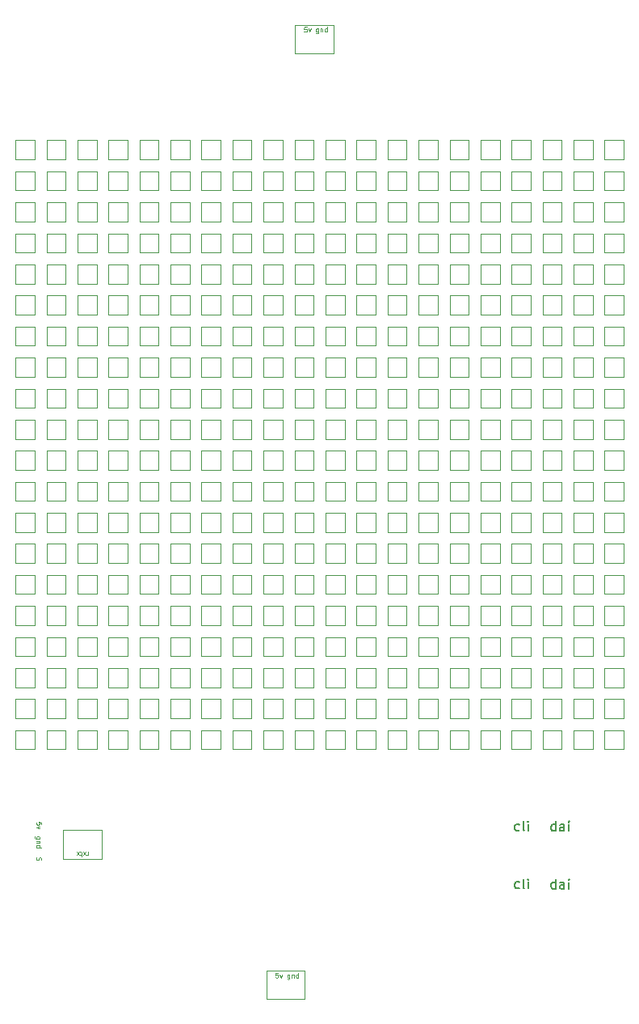
<source format=gbr>
%TF.GenerationSoftware,KiCad,Pcbnew,8.0.3*%
%TF.CreationDate,2024-08-22T18:58:11+02:00*%
%TF.ProjectId,inz,696e7a2e-6b69-4636-9164-5f7063625858,rev?*%
%TF.SameCoordinates,Original*%
%TF.FileFunction,Legend,Top*%
%TF.FilePolarity,Positive*%
%FSLAX46Y46*%
G04 Gerber Fmt 4.6, Leading zero omitted, Abs format (unit mm)*
G04 Created by KiCad (PCBNEW 8.0.3) date 2024-08-22 18:58:11*
%MOMM*%
%LPD*%
G01*
G04 APERTURE LIST*
%ADD10C,0.100000*%
%ADD11C,0.150000*%
%ADD12C,0.050000*%
G04 APERTURE END LIST*
D10*
X121192931Y-47243609D02*
X120954836Y-47243609D01*
X120954836Y-47243609D02*
X120931027Y-47481704D01*
X120931027Y-47481704D02*
X120954836Y-47457895D01*
X120954836Y-47457895D02*
X121002455Y-47434085D01*
X121002455Y-47434085D02*
X121121503Y-47434085D01*
X121121503Y-47434085D02*
X121169122Y-47457895D01*
X121169122Y-47457895D02*
X121192931Y-47481704D01*
X121192931Y-47481704D02*
X121216741Y-47529323D01*
X121216741Y-47529323D02*
X121216741Y-47648371D01*
X121216741Y-47648371D02*
X121192931Y-47695990D01*
X121192931Y-47695990D02*
X121169122Y-47719800D01*
X121169122Y-47719800D02*
X121121503Y-47743609D01*
X121121503Y-47743609D02*
X121002455Y-47743609D01*
X121002455Y-47743609D02*
X120954836Y-47719800D01*
X120954836Y-47719800D02*
X120931027Y-47695990D01*
X121383407Y-47410276D02*
X121502455Y-47743609D01*
X121502455Y-47743609D02*
X121621502Y-47410276D01*
X122407216Y-47410276D02*
X122407216Y-47815038D01*
X122407216Y-47815038D02*
X122383406Y-47862657D01*
X122383406Y-47862657D02*
X122359597Y-47886466D01*
X122359597Y-47886466D02*
X122311978Y-47910276D01*
X122311978Y-47910276D02*
X122240549Y-47910276D01*
X122240549Y-47910276D02*
X122192930Y-47886466D01*
X122407216Y-47719800D02*
X122359597Y-47743609D01*
X122359597Y-47743609D02*
X122264359Y-47743609D01*
X122264359Y-47743609D02*
X122216740Y-47719800D01*
X122216740Y-47719800D02*
X122192930Y-47695990D01*
X122192930Y-47695990D02*
X122169121Y-47648371D01*
X122169121Y-47648371D02*
X122169121Y-47505514D01*
X122169121Y-47505514D02*
X122192930Y-47457895D01*
X122192930Y-47457895D02*
X122216740Y-47434085D01*
X122216740Y-47434085D02*
X122264359Y-47410276D01*
X122264359Y-47410276D02*
X122359597Y-47410276D01*
X122359597Y-47410276D02*
X122407216Y-47434085D01*
X122645311Y-47410276D02*
X122645311Y-47743609D01*
X122645311Y-47457895D02*
X122669121Y-47434085D01*
X122669121Y-47434085D02*
X122716740Y-47410276D01*
X122716740Y-47410276D02*
X122788168Y-47410276D01*
X122788168Y-47410276D02*
X122835787Y-47434085D01*
X122835787Y-47434085D02*
X122859597Y-47481704D01*
X122859597Y-47481704D02*
X122859597Y-47743609D01*
X123311978Y-47743609D02*
X123311978Y-47243609D01*
X123311978Y-47719800D02*
X123264359Y-47743609D01*
X123264359Y-47743609D02*
X123169121Y-47743609D01*
X123169121Y-47743609D02*
X123121502Y-47719800D01*
X123121502Y-47719800D02*
X123097692Y-47695990D01*
X123097692Y-47695990D02*
X123073883Y-47648371D01*
X123073883Y-47648371D02*
X123073883Y-47505514D01*
X123073883Y-47505514D02*
X123097692Y-47457895D01*
X123097692Y-47457895D02*
X123121502Y-47434085D01*
X123121502Y-47434085D02*
X123169121Y-47410276D01*
X123169121Y-47410276D02*
X123264359Y-47410276D01*
X123264359Y-47410276D02*
X123311978Y-47434085D01*
D11*
X143465350Y-137362200D02*
X143370112Y-137409819D01*
X143370112Y-137409819D02*
X143179636Y-137409819D01*
X143179636Y-137409819D02*
X143084398Y-137362200D01*
X143084398Y-137362200D02*
X143036779Y-137314580D01*
X143036779Y-137314580D02*
X142989160Y-137219342D01*
X142989160Y-137219342D02*
X142989160Y-136933628D01*
X142989160Y-136933628D02*
X143036779Y-136838390D01*
X143036779Y-136838390D02*
X143084398Y-136790771D01*
X143084398Y-136790771D02*
X143179636Y-136743152D01*
X143179636Y-136743152D02*
X143370112Y-136743152D01*
X143370112Y-136743152D02*
X143465350Y-136790771D01*
X144036779Y-137409819D02*
X143941541Y-137362200D01*
X143941541Y-137362200D02*
X143893922Y-137266961D01*
X143893922Y-137266961D02*
X143893922Y-136409819D01*
X144417732Y-137409819D02*
X144417732Y-136743152D01*
X144417732Y-136409819D02*
X144370113Y-136457438D01*
X144370113Y-136457438D02*
X144417732Y-136505057D01*
X144417732Y-136505057D02*
X144465351Y-136457438D01*
X144465351Y-136457438D02*
X144417732Y-136409819D01*
X144417732Y-136409819D02*
X144417732Y-136505057D01*
X147285350Y-137439819D02*
X147285350Y-136439819D01*
X147285350Y-137392200D02*
X147190112Y-137439819D01*
X147190112Y-137439819D02*
X146999636Y-137439819D01*
X146999636Y-137439819D02*
X146904398Y-137392200D01*
X146904398Y-137392200D02*
X146856779Y-137344580D01*
X146856779Y-137344580D02*
X146809160Y-137249342D01*
X146809160Y-137249342D02*
X146809160Y-136963628D01*
X146809160Y-136963628D02*
X146856779Y-136868390D01*
X146856779Y-136868390D02*
X146904398Y-136820771D01*
X146904398Y-136820771D02*
X146999636Y-136773152D01*
X146999636Y-136773152D02*
X147190112Y-136773152D01*
X147190112Y-136773152D02*
X147285350Y-136820771D01*
X148190112Y-137439819D02*
X148190112Y-136916009D01*
X148190112Y-136916009D02*
X148142493Y-136820771D01*
X148142493Y-136820771D02*
X148047255Y-136773152D01*
X148047255Y-136773152D02*
X147856779Y-136773152D01*
X147856779Y-136773152D02*
X147761541Y-136820771D01*
X148190112Y-137392200D02*
X148094874Y-137439819D01*
X148094874Y-137439819D02*
X147856779Y-137439819D01*
X147856779Y-137439819D02*
X147761541Y-137392200D01*
X147761541Y-137392200D02*
X147713922Y-137296961D01*
X147713922Y-137296961D02*
X147713922Y-137201723D01*
X147713922Y-137201723D02*
X147761541Y-137106485D01*
X147761541Y-137106485D02*
X147856779Y-137058866D01*
X147856779Y-137058866D02*
X148094874Y-137058866D01*
X148094874Y-137058866D02*
X148190112Y-137011247D01*
X148666303Y-137439819D02*
X148666303Y-136773152D01*
X148666303Y-136439819D02*
X148618684Y-136487438D01*
X148618684Y-136487438D02*
X148666303Y-136535057D01*
X148666303Y-136535057D02*
X148713922Y-136487438D01*
X148713922Y-136487438D02*
X148666303Y-136439819D01*
X148666303Y-136439819D02*
X148666303Y-136535057D01*
X143465350Y-131312200D02*
X143370112Y-131359819D01*
X143370112Y-131359819D02*
X143179636Y-131359819D01*
X143179636Y-131359819D02*
X143084398Y-131312200D01*
X143084398Y-131312200D02*
X143036779Y-131264580D01*
X143036779Y-131264580D02*
X142989160Y-131169342D01*
X142989160Y-131169342D02*
X142989160Y-130883628D01*
X142989160Y-130883628D02*
X143036779Y-130788390D01*
X143036779Y-130788390D02*
X143084398Y-130740771D01*
X143084398Y-130740771D02*
X143179636Y-130693152D01*
X143179636Y-130693152D02*
X143370112Y-130693152D01*
X143370112Y-130693152D02*
X143465350Y-130740771D01*
X144036779Y-131359819D02*
X143941541Y-131312200D01*
X143941541Y-131312200D02*
X143893922Y-131216961D01*
X143893922Y-131216961D02*
X143893922Y-130359819D01*
X144417732Y-131359819D02*
X144417732Y-130693152D01*
X144417732Y-130359819D02*
X144370113Y-130407438D01*
X144370113Y-130407438D02*
X144417732Y-130455057D01*
X144417732Y-130455057D02*
X144465351Y-130407438D01*
X144465351Y-130407438D02*
X144417732Y-130359819D01*
X144417732Y-130359819D02*
X144417732Y-130455057D01*
X147285350Y-131389819D02*
X147285350Y-130389819D01*
X147285350Y-131342200D02*
X147190112Y-131389819D01*
X147190112Y-131389819D02*
X146999636Y-131389819D01*
X146999636Y-131389819D02*
X146904398Y-131342200D01*
X146904398Y-131342200D02*
X146856779Y-131294580D01*
X146856779Y-131294580D02*
X146809160Y-131199342D01*
X146809160Y-131199342D02*
X146809160Y-130913628D01*
X146809160Y-130913628D02*
X146856779Y-130818390D01*
X146856779Y-130818390D02*
X146904398Y-130770771D01*
X146904398Y-130770771D02*
X146999636Y-130723152D01*
X146999636Y-130723152D02*
X147190112Y-130723152D01*
X147190112Y-130723152D02*
X147285350Y-130770771D01*
X148190112Y-131389819D02*
X148190112Y-130866009D01*
X148190112Y-130866009D02*
X148142493Y-130770771D01*
X148142493Y-130770771D02*
X148047255Y-130723152D01*
X148047255Y-130723152D02*
X147856779Y-130723152D01*
X147856779Y-130723152D02*
X147761541Y-130770771D01*
X148190112Y-131342200D02*
X148094874Y-131389819D01*
X148094874Y-131389819D02*
X147856779Y-131389819D01*
X147856779Y-131389819D02*
X147761541Y-131342200D01*
X147761541Y-131342200D02*
X147713922Y-131246961D01*
X147713922Y-131246961D02*
X147713922Y-131151723D01*
X147713922Y-131151723D02*
X147761541Y-131056485D01*
X147761541Y-131056485D02*
X147856779Y-131008866D01*
X147856779Y-131008866D02*
X148094874Y-131008866D01*
X148094874Y-131008866D02*
X148190112Y-130961247D01*
X148666303Y-131389819D02*
X148666303Y-130723152D01*
X148666303Y-130389819D02*
X148618684Y-130437438D01*
X148618684Y-130437438D02*
X148666303Y-130485057D01*
X148666303Y-130485057D02*
X148713922Y-130437438D01*
X148713922Y-130437438D02*
X148666303Y-130389819D01*
X148666303Y-130389819D02*
X148666303Y-130485057D01*
D10*
X118192931Y-146243609D02*
X117954836Y-146243609D01*
X117954836Y-146243609D02*
X117931027Y-146481704D01*
X117931027Y-146481704D02*
X117954836Y-146457895D01*
X117954836Y-146457895D02*
X118002455Y-146434085D01*
X118002455Y-146434085D02*
X118121503Y-146434085D01*
X118121503Y-146434085D02*
X118169122Y-146457895D01*
X118169122Y-146457895D02*
X118192931Y-146481704D01*
X118192931Y-146481704D02*
X118216741Y-146529323D01*
X118216741Y-146529323D02*
X118216741Y-146648371D01*
X118216741Y-146648371D02*
X118192931Y-146695990D01*
X118192931Y-146695990D02*
X118169122Y-146719800D01*
X118169122Y-146719800D02*
X118121503Y-146743609D01*
X118121503Y-146743609D02*
X118002455Y-146743609D01*
X118002455Y-146743609D02*
X117954836Y-146719800D01*
X117954836Y-146719800D02*
X117931027Y-146695990D01*
X118383407Y-146410276D02*
X118502455Y-146743609D01*
X118502455Y-146743609D02*
X118621502Y-146410276D01*
X119407216Y-146410276D02*
X119407216Y-146815038D01*
X119407216Y-146815038D02*
X119383406Y-146862657D01*
X119383406Y-146862657D02*
X119359597Y-146886466D01*
X119359597Y-146886466D02*
X119311978Y-146910276D01*
X119311978Y-146910276D02*
X119240549Y-146910276D01*
X119240549Y-146910276D02*
X119192930Y-146886466D01*
X119407216Y-146719800D02*
X119359597Y-146743609D01*
X119359597Y-146743609D02*
X119264359Y-146743609D01*
X119264359Y-146743609D02*
X119216740Y-146719800D01*
X119216740Y-146719800D02*
X119192930Y-146695990D01*
X119192930Y-146695990D02*
X119169121Y-146648371D01*
X119169121Y-146648371D02*
X119169121Y-146505514D01*
X119169121Y-146505514D02*
X119192930Y-146457895D01*
X119192930Y-146457895D02*
X119216740Y-146434085D01*
X119216740Y-146434085D02*
X119264359Y-146410276D01*
X119264359Y-146410276D02*
X119359597Y-146410276D01*
X119359597Y-146410276D02*
X119407216Y-146434085D01*
X119645311Y-146410276D02*
X119645311Y-146743609D01*
X119645311Y-146457895D02*
X119669121Y-146434085D01*
X119669121Y-146434085D02*
X119716740Y-146410276D01*
X119716740Y-146410276D02*
X119788168Y-146410276D01*
X119788168Y-146410276D02*
X119835787Y-146434085D01*
X119835787Y-146434085D02*
X119859597Y-146481704D01*
X119859597Y-146481704D02*
X119859597Y-146743609D01*
X120311978Y-146743609D02*
X120311978Y-146243609D01*
X120311978Y-146719800D02*
X120264359Y-146743609D01*
X120264359Y-146743609D02*
X120169121Y-146743609D01*
X120169121Y-146743609D02*
X120121502Y-146719800D01*
X120121502Y-146719800D02*
X120097692Y-146695990D01*
X120097692Y-146695990D02*
X120073883Y-146648371D01*
X120073883Y-146648371D02*
X120073883Y-146505514D01*
X120073883Y-146505514D02*
X120097692Y-146457895D01*
X120097692Y-146457895D02*
X120121502Y-146434085D01*
X120121502Y-146434085D02*
X120169121Y-146410276D01*
X120169121Y-146410276D02*
X120264359Y-146410276D01*
X120264359Y-146410276D02*
X120311978Y-146434085D01*
X98290163Y-133566390D02*
X98290163Y-133899723D01*
X98290163Y-133804485D02*
X98266353Y-133852104D01*
X98266353Y-133852104D02*
X98242544Y-133875914D01*
X98242544Y-133875914D02*
X98194925Y-133899723D01*
X98194925Y-133899723D02*
X98147306Y-133899723D01*
X98028258Y-133566390D02*
X97766353Y-133899723D01*
X98028258Y-133899723D02*
X97766353Y-133566390D01*
X97647305Y-133899723D02*
X97456829Y-133899723D01*
X97575877Y-134066390D02*
X97575877Y-133637819D01*
X97575877Y-133637819D02*
X97552067Y-133590200D01*
X97552067Y-133590200D02*
X97504448Y-133566390D01*
X97504448Y-133566390D02*
X97456829Y-133566390D01*
X97337782Y-133566390D02*
X97075877Y-133899723D01*
X97337782Y-133899723D02*
X97075877Y-133566390D01*
X93199723Y-132199122D02*
X92794961Y-132199122D01*
X92794961Y-132199122D02*
X92747342Y-132175312D01*
X92747342Y-132175312D02*
X92723533Y-132151503D01*
X92723533Y-132151503D02*
X92699723Y-132103884D01*
X92699723Y-132103884D02*
X92699723Y-132032455D01*
X92699723Y-132032455D02*
X92723533Y-131984836D01*
X92890200Y-132199122D02*
X92866390Y-132151503D01*
X92866390Y-132151503D02*
X92866390Y-132056265D01*
X92866390Y-132056265D02*
X92890200Y-132008646D01*
X92890200Y-132008646D02*
X92914009Y-131984836D01*
X92914009Y-131984836D02*
X92961628Y-131961027D01*
X92961628Y-131961027D02*
X93104485Y-131961027D01*
X93104485Y-131961027D02*
X93152104Y-131984836D01*
X93152104Y-131984836D02*
X93175914Y-132008646D01*
X93175914Y-132008646D02*
X93199723Y-132056265D01*
X93199723Y-132056265D02*
X93199723Y-132151503D01*
X93199723Y-132151503D02*
X93175914Y-132199122D01*
X93199723Y-132437217D02*
X92866390Y-132437217D01*
X93152104Y-132437217D02*
X93175914Y-132461027D01*
X93175914Y-132461027D02*
X93199723Y-132508646D01*
X93199723Y-132508646D02*
X93199723Y-132580074D01*
X93199723Y-132580074D02*
X93175914Y-132627693D01*
X93175914Y-132627693D02*
X93128295Y-132651503D01*
X93128295Y-132651503D02*
X92866390Y-132651503D01*
X92866390Y-133103884D02*
X93366390Y-133103884D01*
X92890200Y-133103884D02*
X92866390Y-133056265D01*
X92866390Y-133056265D02*
X92866390Y-132961027D01*
X92866390Y-132961027D02*
X92890200Y-132913408D01*
X92890200Y-132913408D02*
X92914009Y-132889598D01*
X92914009Y-132889598D02*
X92961628Y-132865789D01*
X92961628Y-132865789D02*
X93104485Y-132865789D01*
X93104485Y-132865789D02*
X93152104Y-132889598D01*
X93152104Y-132889598D02*
X93175914Y-132913408D01*
X93175914Y-132913408D02*
X93199723Y-132961027D01*
X93199723Y-132961027D02*
X93199723Y-133056265D01*
X93199723Y-133056265D02*
X93175914Y-133103884D01*
X92890200Y-134161027D02*
X92866390Y-134232455D01*
X92866390Y-134232455D02*
X92866390Y-134351503D01*
X92866390Y-134351503D02*
X92890200Y-134399122D01*
X92890200Y-134399122D02*
X92914009Y-134422931D01*
X92914009Y-134422931D02*
X92961628Y-134446741D01*
X92961628Y-134446741D02*
X93009247Y-134446741D01*
X93009247Y-134446741D02*
X93056866Y-134422931D01*
X93056866Y-134422931D02*
X93080676Y-134399122D01*
X93080676Y-134399122D02*
X93104485Y-134351503D01*
X93104485Y-134351503D02*
X93128295Y-134256265D01*
X93128295Y-134256265D02*
X93152104Y-134208646D01*
X93152104Y-134208646D02*
X93175914Y-134184836D01*
X93175914Y-134184836D02*
X93223533Y-134161027D01*
X93223533Y-134161027D02*
X93271152Y-134161027D01*
X93271152Y-134161027D02*
X93318771Y-134184836D01*
X93318771Y-134184836D02*
X93342580Y-134208646D01*
X93342580Y-134208646D02*
X93366390Y-134256265D01*
X93366390Y-134256265D02*
X93366390Y-134375312D01*
X93366390Y-134375312D02*
X93342580Y-134446741D01*
X93366390Y-130722931D02*
X93366390Y-130484836D01*
X93366390Y-130484836D02*
X93128295Y-130461027D01*
X93128295Y-130461027D02*
X93152104Y-130484836D01*
X93152104Y-130484836D02*
X93175914Y-130532455D01*
X93175914Y-130532455D02*
X93175914Y-130651503D01*
X93175914Y-130651503D02*
X93152104Y-130699122D01*
X93152104Y-130699122D02*
X93128295Y-130722931D01*
X93128295Y-130722931D02*
X93080676Y-130746741D01*
X93080676Y-130746741D02*
X92961628Y-130746741D01*
X92961628Y-130746741D02*
X92914009Y-130722931D01*
X92914009Y-130722931D02*
X92890200Y-130699122D01*
X92890200Y-130699122D02*
X92866390Y-130651503D01*
X92866390Y-130651503D02*
X92866390Y-130532455D01*
X92866390Y-130532455D02*
X92890200Y-130484836D01*
X92890200Y-130484836D02*
X92914009Y-130461027D01*
X93199723Y-130913407D02*
X92866390Y-131032455D01*
X92866390Y-131032455D02*
X93199723Y-131151502D01*
%TO.C,pwr2*%
X120000000Y-47000000D02*
X124000000Y-47000000D01*
X124000000Y-50000000D01*
X120000000Y-50000000D01*
X120000000Y-47000000D01*
%TO.C,U220*%
D12*
X121925000Y-65600000D02*
X119925000Y-65600000D01*
X119925000Y-67600000D01*
X121925000Y-67600000D01*
X121925000Y-65600000D01*
%TO.C,U147*%
X131675000Y-107850000D02*
X129675000Y-107850000D01*
X129675000Y-109850000D01*
X131675000Y-109850000D01*
X131675000Y-107850000D01*
%TO.C,U204*%
X121925000Y-117600000D02*
X119925000Y-117600000D01*
X119925000Y-119600000D01*
X121925000Y-119600000D01*
X121925000Y-117600000D01*
%TO.C,U140*%
X134925000Y-65600000D02*
X132925000Y-65600000D01*
X132925000Y-67600000D01*
X134925000Y-67600000D01*
X134925000Y-65600000D01*
%TO.C,U335*%
X102425000Y-81850000D02*
X100425000Y-81850000D01*
X100425000Y-83850000D01*
X102425000Y-83850000D01*
X102425000Y-81850000D01*
%TO.C,U387*%
X92675000Y-107850000D02*
X90675000Y-107850000D01*
X90675000Y-109850000D01*
X92675000Y-109850000D01*
X92675000Y-107850000D01*
%TO.C,U313*%
X105675000Y-88350000D02*
X103675000Y-88350000D01*
X103675000Y-90350000D01*
X105675000Y-90350000D01*
X105675000Y-88350000D01*
%TO.C,U271*%
X112175000Y-94850000D02*
X110175000Y-94850000D01*
X110175000Y-96850000D01*
X112175000Y-96850000D01*
X112175000Y-94850000D01*
%TO.C,U99*%
X141425000Y-68850000D02*
X139425000Y-68850000D01*
X139425000Y-70850000D01*
X141425000Y-70850000D01*
X141425000Y-68850000D01*
%TO.C,U67*%
X144675000Y-107850000D02*
X142675000Y-107850000D01*
X142675000Y-109850000D01*
X144675000Y-109850000D01*
X144675000Y-107850000D01*
%TO.C,U22*%
X154425000Y-59100000D02*
X152425000Y-59100000D01*
X152425000Y-61100000D01*
X154425000Y-61100000D01*
X154425000Y-59100000D01*
%TO.C,U27*%
X151175000Y-107850000D02*
X149175000Y-107850000D01*
X149175000Y-109850000D01*
X151175000Y-109850000D01*
X151175000Y-107850000D01*
%TO.C,U337*%
X102425000Y-75350000D02*
X100425000Y-75350000D01*
X100425000Y-77350000D01*
X102425000Y-77350000D01*
X102425000Y-75350000D01*
%TO.C,U87*%
X141425000Y-107850000D02*
X139425000Y-107850000D01*
X139425000Y-109850000D01*
X141425000Y-109850000D01*
X141425000Y-107850000D01*
%TO.C,U203*%
X121925000Y-120850000D02*
X119925000Y-120850000D01*
X119925000Y-122850000D01*
X121925000Y-122850000D01*
X121925000Y-120850000D01*
%TO.C,U398*%
X92675000Y-72100000D02*
X90675000Y-72100000D01*
X90675000Y-74100000D01*
X92675000Y-74100000D01*
X92675000Y-72100000D01*
%TO.C,U324*%
X102425000Y-117600000D02*
X100425000Y-117600000D01*
X100425000Y-119600000D01*
X102425000Y-119600000D01*
X102425000Y-117600000D01*
%TO.C,U63*%
X144675000Y-120850000D02*
X142675000Y-120850000D01*
X142675000Y-122850000D01*
X144675000Y-122850000D01*
X144675000Y-120850000D01*
%TO.C,U219*%
X121925000Y-68850000D02*
X119925000Y-68850000D01*
X119925000Y-70850000D01*
X121925000Y-70850000D01*
X121925000Y-68850000D01*
%TO.C,U228*%
X118675000Y-104600000D02*
X116675000Y-104600000D01*
X116675000Y-106600000D01*
X118675000Y-106600000D01*
X118675000Y-104600000D01*
%TO.C,U30*%
X151175000Y-98100000D02*
X149175000Y-98100000D01*
X149175000Y-100100000D01*
X151175000Y-100100000D01*
X151175000Y-98100000D01*
%TO.C,U76*%
X144675000Y-78600000D02*
X142675000Y-78600000D01*
X142675000Y-80600000D01*
X144675000Y-80600000D01*
X144675000Y-78600000D01*
%TO.C,U359*%
X99175000Y-68850000D02*
X97175000Y-68850000D01*
X97175000Y-70850000D01*
X99175000Y-70850000D01*
X99175000Y-68850000D01*
%TO.C,U128*%
X134925000Y-104600000D02*
X132925000Y-104600000D01*
X132925000Y-106600000D01*
X134925000Y-106600000D01*
X134925000Y-104600000D01*
%TO.C,U135*%
X134925000Y-81850000D02*
X132925000Y-81850000D01*
X132925000Y-83850000D01*
X134925000Y-83850000D01*
X134925000Y-81850000D01*
%TO.C,U262*%
X115425000Y-59100000D02*
X113425000Y-59100000D01*
X113425000Y-61100000D01*
X115425000Y-61100000D01*
X115425000Y-59100000D01*
%TO.C,U8*%
X154425000Y-104600000D02*
X152425000Y-104600000D01*
X152425000Y-106600000D01*
X154425000Y-106600000D01*
X154425000Y-104600000D01*
%TO.C,U129*%
X134925000Y-101350000D02*
X132925000Y-101350000D01*
X132925000Y-103350000D01*
X134925000Y-103350000D01*
X134925000Y-101350000D01*
%TO.C,U376*%
X95925000Y-78600000D02*
X93925000Y-78600000D01*
X93925000Y-80600000D01*
X95925000Y-80600000D01*
X95925000Y-78600000D01*
%TO.C,U95*%
X141425000Y-81850000D02*
X139425000Y-81850000D01*
X139425000Y-83850000D01*
X141425000Y-83850000D01*
X141425000Y-81850000D01*
%TO.C,U272*%
X112175000Y-91600000D02*
X110175000Y-91600000D01*
X110175000Y-93600000D01*
X112175000Y-93600000D01*
X112175000Y-91600000D01*
%TO.C,U75*%
X144675000Y-81850000D02*
X142675000Y-81850000D01*
X142675000Y-83850000D01*
X144675000Y-83850000D01*
X144675000Y-81850000D01*
%TO.C,U306*%
X105675000Y-111100000D02*
X103675000Y-111100000D01*
X103675000Y-113100000D01*
X105675000Y-113100000D01*
X105675000Y-111100000D01*
%TO.C,U186*%
X125175000Y-111100000D02*
X123175000Y-111100000D01*
X123175000Y-113100000D01*
X125175000Y-113100000D01*
X125175000Y-111100000D01*
%TO.C,U356*%
X99175000Y-78600000D02*
X97175000Y-78600000D01*
X97175000Y-80600000D01*
X99175000Y-80600000D01*
X99175000Y-78600000D01*
%TO.C,U53*%
X147925000Y-88350000D02*
X145925000Y-88350000D01*
X145925000Y-90350000D01*
X147925000Y-90350000D01*
X147925000Y-88350000D01*
%TO.C,U155*%
X131675000Y-81850000D02*
X129675000Y-81850000D01*
X129675000Y-83850000D01*
X131675000Y-83850000D01*
X131675000Y-81850000D01*
%TO.C,U116*%
X138175000Y-78600000D02*
X136175000Y-78600000D01*
X136175000Y-80600000D01*
X138175000Y-80600000D01*
X138175000Y-78600000D01*
%TO.C,U172*%
X128425000Y-91600000D02*
X126425000Y-91600000D01*
X126425000Y-93600000D01*
X128425000Y-93600000D01*
X128425000Y-91600000D01*
%TO.C,U149*%
X131675000Y-101350000D02*
X129675000Y-101350000D01*
X129675000Y-103350000D01*
X131675000Y-103350000D01*
X131675000Y-101350000D01*
%TO.C,U191*%
X125175000Y-94850000D02*
X123175000Y-94850000D01*
X123175000Y-96850000D01*
X125175000Y-96850000D01*
X125175000Y-94850000D01*
%TO.C,U287*%
X108925000Y-107850000D02*
X106925000Y-107850000D01*
X106925000Y-109850000D01*
X108925000Y-109850000D01*
X108925000Y-107850000D01*
%TO.C,U251*%
X115425000Y-94850000D02*
X113425000Y-94850000D01*
X113425000Y-96850000D01*
X115425000Y-96850000D01*
X115425000Y-94850000D01*
%TO.C,U122*%
X138175000Y-59100000D02*
X136175000Y-59100000D01*
X136175000Y-61100000D01*
X138175000Y-61100000D01*
X138175000Y-59100000D01*
%TO.C,U323*%
X102425000Y-120850000D02*
X100425000Y-120850000D01*
X100425000Y-122850000D01*
X102425000Y-122850000D01*
X102425000Y-120850000D01*
%TO.C,U269*%
X112175000Y-101350000D02*
X110175000Y-101350000D01*
X110175000Y-103350000D01*
X112175000Y-103350000D01*
X112175000Y-101350000D01*
%TO.C,U90*%
X141425000Y-98100000D02*
X139425000Y-98100000D01*
X139425000Y-100100000D01*
X141425000Y-100100000D01*
X141425000Y-98100000D01*
%TO.C,U391*%
X92675000Y-94850000D02*
X90675000Y-94850000D01*
X90675000Y-96850000D01*
X92675000Y-96850000D01*
X92675000Y-94850000D01*
%TO.C,U346*%
X99175000Y-111100000D02*
X97175000Y-111100000D01*
X97175000Y-113100000D01*
X99175000Y-113100000D01*
X99175000Y-111100000D01*
%TO.C,U312*%
X105675000Y-91600000D02*
X103675000Y-91600000D01*
X103675000Y-93600000D01*
X105675000Y-93600000D01*
X105675000Y-91600000D01*
%TO.C,U127*%
X134925000Y-107850000D02*
X132925000Y-107850000D01*
X132925000Y-109850000D01*
X134925000Y-109850000D01*
X134925000Y-107850000D01*
%TO.C,U145*%
X131675000Y-114350000D02*
X129675000Y-114350000D01*
X129675000Y-116350000D01*
X131675000Y-116350000D01*
X131675000Y-114350000D01*
%TO.C,U297*%
X108925000Y-75350000D02*
X106925000Y-75350000D01*
X106925000Y-77350000D01*
X108925000Y-77350000D01*
X108925000Y-75350000D01*
%TO.C,U173*%
X128425000Y-88350000D02*
X126425000Y-88350000D01*
X126425000Y-90350000D01*
X128425000Y-90350000D01*
X128425000Y-88350000D01*
%TO.C,U28*%
X151175000Y-104600000D02*
X149175000Y-104600000D01*
X149175000Y-106600000D01*
X151175000Y-106600000D01*
X151175000Y-104600000D01*
%TO.C,U329*%
X102425000Y-101350000D02*
X100425000Y-101350000D01*
X100425000Y-103350000D01*
X102425000Y-103350000D01*
X102425000Y-101350000D01*
%TO.C,U119*%
X138175000Y-68850000D02*
X136175000Y-68850000D01*
X136175000Y-70850000D01*
X138175000Y-70850000D01*
X138175000Y-68850000D01*
%TO.C,U370*%
X95925000Y-98100000D02*
X93925000Y-98100000D01*
X93925000Y-100100000D01*
X95925000Y-100100000D01*
X95925000Y-98100000D01*
%TO.C,U24*%
X151175000Y-117600000D02*
X149175000Y-117600000D01*
X149175000Y-119600000D01*
X151175000Y-119600000D01*
X151175000Y-117600000D01*
%TO.C,U57*%
X147925000Y-75350000D02*
X145925000Y-75350000D01*
X145925000Y-77350000D01*
X147925000Y-77350000D01*
X147925000Y-75350000D01*
%TO.C,U267*%
X112175000Y-107850000D02*
X110175000Y-107850000D01*
X110175000Y-109850000D01*
X112175000Y-109850000D01*
X112175000Y-107850000D01*
%TO.C,U18*%
X154425000Y-72100000D02*
X152425000Y-72100000D01*
X152425000Y-74100000D01*
X154425000Y-74100000D01*
X154425000Y-72100000D01*
%TO.C,U336*%
X102425000Y-78600000D02*
X100425000Y-78600000D01*
X100425000Y-80600000D01*
X102425000Y-80600000D01*
X102425000Y-78600000D01*
%TO.C,U289*%
X108925000Y-101350000D02*
X106925000Y-101350000D01*
X106925000Y-103350000D01*
X108925000Y-103350000D01*
X108925000Y-101350000D01*
%TO.C,U393*%
X92675000Y-88350000D02*
X90675000Y-88350000D01*
X90675000Y-90350000D01*
X92675000Y-90350000D01*
X92675000Y-88350000D01*
%TO.C,U81*%
X144675000Y-62350000D02*
X142675000Y-62350000D01*
X142675000Y-64350000D01*
X144675000Y-64350000D01*
X144675000Y-62350000D01*
%TO.C,U353*%
X99175000Y-88350000D02*
X97175000Y-88350000D01*
X97175000Y-90350000D01*
X99175000Y-90350000D01*
X99175000Y-88350000D01*
%TO.C,U292*%
X108925000Y-91600000D02*
X106925000Y-91600000D01*
X106925000Y-93600000D01*
X108925000Y-93600000D01*
X108925000Y-91600000D01*
%TO.C,U230*%
X118675000Y-98100000D02*
X116675000Y-98100000D01*
X116675000Y-100100000D01*
X118675000Y-100100000D01*
X118675000Y-98100000D01*
%TO.C,U171*%
X128425000Y-94850000D02*
X126425000Y-94850000D01*
X126425000Y-96850000D01*
X128425000Y-96850000D01*
X128425000Y-94850000D01*
%TO.C,U380*%
X95925000Y-65600000D02*
X93925000Y-65600000D01*
X93925000Y-67600000D01*
X95925000Y-67600000D01*
X95925000Y-65600000D01*
%TO.C,U215*%
X121925000Y-81850000D02*
X119925000Y-81850000D01*
X119925000Y-83850000D01*
X121925000Y-83850000D01*
X121925000Y-81850000D01*
%TO.C,U321*%
X105675000Y-62350000D02*
X103675000Y-62350000D01*
X103675000Y-64350000D01*
X105675000Y-64350000D01*
X105675000Y-62350000D01*
%TO.C,U92*%
X141425000Y-91600000D02*
X139425000Y-91600000D01*
X139425000Y-93600000D01*
X141425000Y-93600000D01*
X141425000Y-91600000D01*
%TO.C,U120*%
X138175000Y-65600000D02*
X136175000Y-65600000D01*
X136175000Y-67600000D01*
X138175000Y-67600000D01*
X138175000Y-65600000D01*
%TO.C,U285*%
X108925000Y-114350000D02*
X106925000Y-114350000D01*
X106925000Y-116350000D01*
X108925000Y-116350000D01*
X108925000Y-114350000D01*
%TO.C,U142*%
X134925000Y-59100000D02*
X132925000Y-59100000D01*
X132925000Y-61100000D01*
X134925000Y-61100000D01*
X134925000Y-59100000D01*
%TO.C,U100*%
X141425000Y-65600000D02*
X139425000Y-65600000D01*
X139425000Y-67600000D01*
X141425000Y-67600000D01*
X141425000Y-65600000D01*
%TO.C,U374*%
X95925000Y-85100000D02*
X93925000Y-85100000D01*
X93925000Y-87100000D01*
X95925000Y-87100000D01*
X95925000Y-85100000D01*
%TO.C,U367*%
X95925000Y-107850000D02*
X93925000Y-107850000D01*
X93925000Y-109850000D01*
X95925000Y-109850000D01*
X95925000Y-107850000D01*
%TO.C,U214*%
X121925000Y-85100000D02*
X119925000Y-85100000D01*
X119925000Y-87100000D01*
X121925000Y-87100000D01*
X121925000Y-85100000D01*
%TO.C,U322*%
X105675000Y-59100000D02*
X103675000Y-59100000D01*
X103675000Y-61100000D01*
X105675000Y-61100000D01*
X105675000Y-59100000D01*
%TO.C,U302*%
X108925000Y-59100000D02*
X106925000Y-59100000D01*
X106925000Y-61100000D01*
X108925000Y-61100000D01*
X108925000Y-59100000D01*
%TO.C,U352*%
X99175000Y-91600000D02*
X97175000Y-91600000D01*
X97175000Y-93600000D01*
X99175000Y-93600000D01*
X99175000Y-91600000D01*
%TO.C,U345*%
X99175000Y-114350000D02*
X97175000Y-114350000D01*
X97175000Y-116350000D01*
X99175000Y-116350000D01*
X99175000Y-114350000D01*
%TO.C,U260*%
X115425000Y-65600000D02*
X113425000Y-65600000D01*
X113425000Y-67600000D01*
X115425000Y-67600000D01*
X115425000Y-65600000D01*
%TO.C,U185*%
X125175000Y-114350000D02*
X123175000Y-114350000D01*
X123175000Y-116350000D01*
X125175000Y-116350000D01*
X125175000Y-114350000D01*
%TO.C,U338*%
X102425000Y-72100000D02*
X100425000Y-72100000D01*
X100425000Y-74100000D01*
X102425000Y-74100000D01*
X102425000Y-72100000D01*
%TO.C,U317*%
X105675000Y-75350000D02*
X103675000Y-75350000D01*
X103675000Y-77350000D01*
X105675000Y-77350000D01*
X105675000Y-75350000D01*
%TO.C,U372*%
X95925000Y-91600000D02*
X93925000Y-91600000D01*
X93925000Y-93600000D01*
X95925000Y-93600000D01*
X95925000Y-91600000D01*
%TO.C,U93*%
X141425000Y-88350000D02*
X139425000Y-88350000D01*
X139425000Y-90350000D01*
X141425000Y-90350000D01*
X141425000Y-88350000D01*
%TO.C,U180*%
X128425000Y-65600000D02*
X126425000Y-65600000D01*
X126425000Y-67600000D01*
X128425000Y-67600000D01*
X128425000Y-65600000D01*
%TO.C,U350*%
X99175000Y-98100000D02*
X97175000Y-98100000D01*
X97175000Y-100100000D01*
X99175000Y-100100000D01*
X99175000Y-98100000D01*
%TO.C,U31*%
X151175000Y-94850000D02*
X149175000Y-94850000D01*
X149175000Y-96850000D01*
X151175000Y-96850000D01*
X151175000Y-94850000D01*
%TO.C,U343*%
X99175000Y-120850000D02*
X97175000Y-120850000D01*
X97175000Y-122850000D01*
X99175000Y-122850000D01*
X99175000Y-120850000D01*
%TO.C,U144*%
X131675000Y-117600000D02*
X129675000Y-117600000D01*
X129675000Y-119600000D01*
X131675000Y-119600000D01*
X131675000Y-117600000D01*
%TO.C,U259*%
X115425000Y-68850000D02*
X113425000Y-68850000D01*
X113425000Y-70850000D01*
X115425000Y-70850000D01*
X115425000Y-68850000D01*
%TO.C,U62*%
X147925000Y-59100000D02*
X145925000Y-59100000D01*
X145925000Y-61100000D01*
X147925000Y-61100000D01*
X147925000Y-59100000D01*
%TO.C,U239*%
X118675000Y-68850000D02*
X116675000Y-68850000D01*
X116675000Y-70850000D01*
X118675000Y-70850000D01*
X118675000Y-68850000D01*
%TO.C,U162*%
X131675000Y-59100000D02*
X129675000Y-59100000D01*
X129675000Y-61100000D01*
X131675000Y-61100000D01*
X131675000Y-59100000D01*
%TO.C,U141*%
X134925000Y-62350000D02*
X132925000Y-62350000D01*
X132925000Y-64350000D01*
X134925000Y-64350000D01*
X134925000Y-62350000D01*
%TO.C,U305*%
X105675000Y-114350000D02*
X103675000Y-114350000D01*
X103675000Y-116350000D01*
X105675000Y-116350000D01*
X105675000Y-114350000D01*
%TO.C,U351*%
X99175000Y-94850000D02*
X97175000Y-94850000D01*
X97175000Y-96850000D01*
X99175000Y-96850000D01*
X99175000Y-94850000D01*
%TO.C,U304*%
X105675000Y-117600000D02*
X103675000Y-117600000D01*
X103675000Y-119600000D01*
X105675000Y-119600000D01*
X105675000Y-117600000D01*
%TO.C,U245*%
X115425000Y-114350000D02*
X113425000Y-114350000D01*
X113425000Y-116350000D01*
X115425000Y-116350000D01*
X115425000Y-114350000D01*
%TO.C,U58*%
X147925000Y-72100000D02*
X145925000Y-72100000D01*
X145925000Y-74100000D01*
X147925000Y-74100000D01*
X147925000Y-72100000D01*
%TO.C,U310*%
X105675000Y-98100000D02*
X103675000Y-98100000D01*
X103675000Y-100100000D01*
X105675000Y-100100000D01*
X105675000Y-98100000D01*
%TO.C,U35*%
X151175000Y-81850000D02*
X149175000Y-81850000D01*
X149175000Y-83850000D01*
X151175000Y-83850000D01*
X151175000Y-81850000D01*
%TO.C,U390*%
X92675000Y-98100000D02*
X90675000Y-98100000D01*
X90675000Y-100100000D01*
X92675000Y-100100000D01*
X92675000Y-98100000D01*
%TO.C,U246*%
X115425000Y-111100000D02*
X113425000Y-111100000D01*
X113425000Y-113100000D01*
X115425000Y-113100000D01*
X115425000Y-111100000D01*
%TO.C,U273*%
X112175000Y-88350000D02*
X110175000Y-88350000D01*
X110175000Y-90350000D01*
X112175000Y-90350000D01*
X112175000Y-88350000D01*
%TO.C,U347*%
X99175000Y-107850000D02*
X97175000Y-107850000D01*
X97175000Y-109850000D01*
X99175000Y-109850000D01*
X99175000Y-107850000D01*
%TO.C,U25*%
X151175000Y-114350000D02*
X149175000Y-114350000D01*
X149175000Y-116350000D01*
X151175000Y-116350000D01*
X151175000Y-114350000D01*
%TO.C,U400*%
X92675000Y-65600000D02*
X90675000Y-65600000D01*
X90675000Y-67600000D01*
X92675000Y-67600000D01*
X92675000Y-65600000D01*
%TO.C,U242*%
X118675000Y-59100000D02*
X116675000Y-59100000D01*
X116675000Y-61100000D01*
X118675000Y-61100000D01*
X118675000Y-59100000D01*
%TO.C,U183*%
X125175000Y-120850000D02*
X123175000Y-120850000D01*
X123175000Y-122850000D01*
X125175000Y-122850000D01*
X125175000Y-120850000D01*
%TO.C,U198*%
X125175000Y-72100000D02*
X123175000Y-72100000D01*
X123175000Y-74100000D01*
X125175000Y-74100000D01*
X125175000Y-72100000D01*
%TO.C,U388*%
X92675000Y-104600000D02*
X90675000Y-104600000D01*
X90675000Y-106600000D01*
X92675000Y-106600000D01*
X92675000Y-104600000D01*
%TO.C,U205*%
X121925000Y-114350000D02*
X119925000Y-114350000D01*
X119925000Y-116350000D01*
X121925000Y-116350000D01*
X121925000Y-114350000D01*
%TO.C,U175*%
X128425000Y-81850000D02*
X126425000Y-81850000D01*
X126425000Y-83850000D01*
X128425000Y-83850000D01*
X128425000Y-81850000D01*
%TO.C,U385*%
X92675000Y-114350000D02*
X90675000Y-114350000D01*
X90675000Y-116350000D01*
X92675000Y-116350000D01*
X92675000Y-114350000D01*
%TO.C,U48*%
X147925000Y-104600000D02*
X145925000Y-104600000D01*
X145925000Y-106600000D01*
X147925000Y-106600000D01*
X147925000Y-104600000D01*
%TO.C,U379*%
X95925000Y-68850000D02*
X93925000Y-68850000D01*
X93925000Y-70850000D01*
X95925000Y-70850000D01*
X95925000Y-68850000D01*
%TO.C,U158*%
X131675000Y-72100000D02*
X129675000Y-72100000D01*
X129675000Y-74100000D01*
X131675000Y-74100000D01*
X131675000Y-72100000D01*
%TO.C,U389*%
X92675000Y-101350000D02*
X90675000Y-101350000D01*
X90675000Y-103350000D01*
X92675000Y-103350000D01*
X92675000Y-101350000D01*
%TO.C,U217*%
X121925000Y-75350000D02*
X119925000Y-75350000D01*
X119925000Y-77350000D01*
X121925000Y-77350000D01*
X121925000Y-75350000D01*
%TO.C,U383*%
X92675000Y-120850000D02*
X90675000Y-120850000D01*
X90675000Y-122850000D01*
X92675000Y-122850000D01*
X92675000Y-120850000D01*
%TO.C,U296*%
X108925000Y-78600000D02*
X106925000Y-78600000D01*
X106925000Y-80600000D01*
X108925000Y-80600000D01*
X108925000Y-78600000D01*
%TO.C,U13*%
X154425000Y-88350000D02*
X152425000Y-88350000D01*
X152425000Y-90350000D01*
X154425000Y-90350000D01*
X154425000Y-88350000D01*
%TO.C,U223*%
X118675000Y-120850000D02*
X116675000Y-120850000D01*
X116675000Y-122850000D01*
X118675000Y-122850000D01*
X118675000Y-120850000D01*
%TO.C,U78*%
X144675000Y-72100000D02*
X142675000Y-72100000D01*
X142675000Y-74100000D01*
X144675000Y-74100000D01*
X144675000Y-72100000D01*
%TO.C,U232*%
X118675000Y-91600000D02*
X116675000Y-91600000D01*
X116675000Y-93600000D01*
X118675000Y-93600000D01*
X118675000Y-91600000D01*
%TO.C,U392*%
X92675000Y-91600000D02*
X90675000Y-91600000D01*
X90675000Y-93600000D01*
X92675000Y-93600000D01*
X92675000Y-91600000D01*
%TO.C,U113*%
X138175000Y-88350000D02*
X136175000Y-88350000D01*
X136175000Y-90350000D01*
X138175000Y-90350000D01*
X138175000Y-88350000D01*
%TO.C,U231*%
X118675000Y-94850000D02*
X116675000Y-94850000D01*
X116675000Y-96850000D01*
X118675000Y-96850000D01*
X118675000Y-94850000D01*
%TO.C,U210*%
X121925000Y-98100000D02*
X119925000Y-98100000D01*
X119925000Y-100100000D01*
X121925000Y-100100000D01*
X121925000Y-98100000D01*
%TO.C,U47*%
X147925000Y-107850000D02*
X145925000Y-107850000D01*
X145925000Y-109850000D01*
X147925000Y-109850000D01*
X147925000Y-107850000D01*
%TO.C,U190*%
X125175000Y-98100000D02*
X123175000Y-98100000D01*
X123175000Y-100100000D01*
X125175000Y-100100000D01*
X125175000Y-98100000D01*
%TO.C,U10*%
X154425000Y-98100000D02*
X152425000Y-98100000D01*
X152425000Y-100100000D01*
X154425000Y-100100000D01*
X154425000Y-98100000D01*
%TO.C,U138*%
X134925000Y-72100000D02*
X132925000Y-72100000D01*
X132925000Y-74100000D01*
X134925000Y-74100000D01*
X134925000Y-72100000D01*
%TO.C,U368*%
X95925000Y-104600000D02*
X93925000Y-104600000D01*
X93925000Y-106600000D01*
X95925000Y-106600000D01*
X95925000Y-104600000D01*
%TO.C,U161*%
X131675000Y-62350000D02*
X129675000Y-62350000D01*
X129675000Y-64350000D01*
X131675000Y-64350000D01*
X131675000Y-62350000D01*
%TO.C,U252*%
X115425000Y-91600000D02*
X113425000Y-91600000D01*
X113425000Y-93600000D01*
X115425000Y-93600000D01*
X115425000Y-91600000D01*
%TO.C,U299*%
X108925000Y-68850000D02*
X106925000Y-68850000D01*
X106925000Y-70850000D01*
X108925000Y-70850000D01*
X108925000Y-68850000D01*
%TO.C,U197*%
X125175000Y-75350000D02*
X123175000Y-75350000D01*
X123175000Y-77350000D01*
X125175000Y-77350000D01*
X125175000Y-75350000D01*
%TO.C,U314*%
X105675000Y-85100000D02*
X103675000Y-85100000D01*
X103675000Y-87100000D01*
X105675000Y-87100000D01*
X105675000Y-85100000D01*
%TO.C,U341*%
X102425000Y-62350000D02*
X100425000Y-62350000D01*
X100425000Y-64350000D01*
X102425000Y-64350000D01*
X102425000Y-62350000D01*
%TO.C,U189*%
X125175000Y-101350000D02*
X123175000Y-101350000D01*
X123175000Y-103350000D01*
X125175000Y-103350000D01*
X125175000Y-101350000D01*
%TO.C,U396*%
X92675000Y-78600000D02*
X90675000Y-78600000D01*
X90675000Y-80600000D01*
X92675000Y-80600000D01*
X92675000Y-78600000D01*
%TO.C,U235*%
X118675000Y-81850000D02*
X116675000Y-81850000D01*
X116675000Y-83850000D01*
X118675000Y-83850000D01*
X118675000Y-81850000D01*
%TO.C,U216*%
X121925000Y-78600000D02*
X119925000Y-78600000D01*
X119925000Y-80600000D01*
X121925000Y-80600000D01*
X121925000Y-78600000D01*
%TO.C,U340*%
X102425000Y-65600000D02*
X100425000Y-65600000D01*
X100425000Y-67600000D01*
X102425000Y-67600000D01*
X102425000Y-65600000D01*
%TO.C,U4*%
X154425000Y-117600000D02*
X152425000Y-117600000D01*
X152425000Y-119600000D01*
X154425000Y-119600000D01*
X154425000Y-117600000D01*
%TO.C,U130*%
X134925000Y-98100000D02*
X132925000Y-98100000D01*
X132925000Y-100100000D01*
X134925000Y-100100000D01*
X134925000Y-98100000D01*
%TO.C,U254*%
X115425000Y-85100000D02*
X113425000Y-85100000D01*
X113425000Y-87100000D01*
X115425000Y-87100000D01*
X115425000Y-85100000D01*
%TO.C,U301*%
X108925000Y-62350000D02*
X106925000Y-62350000D01*
X106925000Y-64350000D01*
X108925000Y-64350000D01*
X108925000Y-62350000D01*
%TO.C,U401*%
X92675000Y-62350000D02*
X90675000Y-62350000D01*
X90675000Y-64350000D01*
X92675000Y-64350000D01*
X92675000Y-62350000D01*
%TO.C,U395*%
X92675000Y-81850000D02*
X90675000Y-81850000D01*
X90675000Y-83850000D01*
X92675000Y-83850000D01*
X92675000Y-81850000D01*
%TO.C,U170*%
X128425000Y-98100000D02*
X126425000Y-98100000D01*
X126425000Y-100100000D01*
X128425000Y-100100000D01*
X128425000Y-98100000D01*
%TO.C,U83*%
X141425000Y-120850000D02*
X139425000Y-120850000D01*
X139425000Y-122850000D01*
X141425000Y-122850000D01*
X141425000Y-120850000D01*
%TO.C,U5*%
X154425000Y-114350000D02*
X152425000Y-114350000D01*
X152425000Y-116350000D01*
X154425000Y-116350000D01*
X154425000Y-114350000D01*
%TO.C,U208*%
X121925000Y-104600000D02*
X119925000Y-104600000D01*
X119925000Y-106600000D01*
X121925000Y-106600000D01*
X121925000Y-104600000D01*
%TO.C,U89*%
X141425000Y-101350000D02*
X139425000Y-101350000D01*
X139425000Y-103350000D01*
X141425000Y-103350000D01*
X141425000Y-101350000D01*
%TO.C,U194*%
X125175000Y-85100000D02*
X123175000Y-85100000D01*
X123175000Y-87100000D01*
X125175000Y-87100000D01*
X125175000Y-85100000D01*
%TO.C,U165*%
X128425000Y-114350000D02*
X126425000Y-114350000D01*
X126425000Y-116350000D01*
X128425000Y-116350000D01*
X128425000Y-114350000D01*
%TO.C,U187*%
X125175000Y-107850000D02*
X123175000Y-107850000D01*
X123175000Y-109850000D01*
X125175000Y-109850000D01*
X125175000Y-107850000D01*
%TO.C,U309*%
X105675000Y-101350000D02*
X103675000Y-101350000D01*
X103675000Y-103350000D01*
X105675000Y-103350000D01*
X105675000Y-101350000D01*
%TO.C,U109*%
X138175000Y-101350000D02*
X136175000Y-101350000D01*
X136175000Y-103350000D01*
X138175000Y-103350000D01*
X138175000Y-101350000D01*
%TO.C,U218*%
X121925000Y-72100000D02*
X119925000Y-72100000D01*
X119925000Y-74100000D01*
X121925000Y-74100000D01*
X121925000Y-72100000D01*
%TO.C,U80*%
X144675000Y-65600000D02*
X142675000Y-65600000D01*
X142675000Y-67600000D01*
X144675000Y-67600000D01*
X144675000Y-65600000D01*
%TO.C,U36*%
X151175000Y-78600000D02*
X149175000Y-78600000D01*
X149175000Y-80600000D01*
X151175000Y-80600000D01*
X151175000Y-78600000D01*
%TO.C,U221*%
X121925000Y-62350000D02*
X119925000Y-62350000D01*
X119925000Y-64350000D01*
X121925000Y-64350000D01*
X121925000Y-62350000D01*
%TO.C,U156*%
X131675000Y-78600000D02*
X129675000Y-78600000D01*
X129675000Y-80600000D01*
X131675000Y-80600000D01*
X131675000Y-78600000D01*
%TO.C,U45*%
X147925000Y-114350000D02*
X145925000Y-114350000D01*
X145925000Y-116350000D01*
X147925000Y-116350000D01*
X147925000Y-114350000D01*
%TO.C,U56*%
X147925000Y-78600000D02*
X145925000Y-78600000D01*
X145925000Y-80600000D01*
X147925000Y-80600000D01*
X147925000Y-78600000D01*
%TO.C,U241*%
X118675000Y-62350000D02*
X116675000Y-62350000D01*
X116675000Y-64350000D01*
X118675000Y-64350000D01*
X118675000Y-62350000D01*
%TO.C,U384*%
X92675000Y-117600000D02*
X90675000Y-117600000D01*
X90675000Y-119600000D01*
X92675000Y-119600000D01*
X92675000Y-117600000D01*
%TO.C,U184*%
X125175000Y-117600000D02*
X123175000Y-117600000D01*
X123175000Y-119600000D01*
X125175000Y-119600000D01*
X125175000Y-117600000D01*
%TO.C,U386*%
X92675000Y-111100000D02*
X90675000Y-111100000D01*
X90675000Y-113100000D01*
X92675000Y-113100000D01*
X92675000Y-111100000D01*
%TO.C,U206*%
X121925000Y-111100000D02*
X119925000Y-111100000D01*
X119925000Y-113100000D01*
X121925000Y-113100000D01*
X121925000Y-111100000D01*
%TO.C,U43*%
X147925000Y-120850000D02*
X145925000Y-120850000D01*
X145925000Y-122850000D01*
X147925000Y-122850000D01*
X147925000Y-120850000D01*
%TO.C,U160*%
X131675000Y-65600000D02*
X129675000Y-65600000D01*
X129675000Y-67600000D01*
X131675000Y-67600000D01*
X131675000Y-65600000D01*
%TO.C,U286*%
X108925000Y-111100000D02*
X106925000Y-111100000D01*
X106925000Y-113100000D01*
X108925000Y-113100000D01*
X108925000Y-111100000D01*
%TO.C,U326*%
X102425000Y-111100000D02*
X100425000Y-111100000D01*
X100425000Y-113100000D01*
X102425000Y-113100000D01*
X102425000Y-111100000D01*
%TO.C,U110*%
X138175000Y-98100000D02*
X136175000Y-98100000D01*
X136175000Y-100100000D01*
X138175000Y-100100000D01*
X138175000Y-98100000D01*
%TO.C,U315*%
X105675000Y-81850000D02*
X103675000Y-81850000D01*
X103675000Y-83850000D01*
X105675000Y-83850000D01*
X105675000Y-81850000D01*
%TO.C,U39*%
X151175000Y-68850000D02*
X149175000Y-68850000D01*
X149175000Y-70850000D01*
X151175000Y-70850000D01*
X151175000Y-68850000D01*
%TO.C,U15*%
X154425000Y-81850000D02*
X152425000Y-81850000D01*
X152425000Y-83850000D01*
X154425000Y-83850000D01*
X154425000Y-81850000D01*
%TO.C,U51*%
X147925000Y-94850000D02*
X145925000Y-94850000D01*
X145925000Y-96850000D01*
X147925000Y-96850000D01*
X147925000Y-94850000D01*
%TO.C,U276*%
X112175000Y-78600000D02*
X110175000Y-78600000D01*
X110175000Y-80600000D01*
X112175000Y-80600000D01*
X112175000Y-78600000D01*
%TO.C,U96*%
X141425000Y-78600000D02*
X139425000Y-78600000D01*
X139425000Y-80600000D01*
X141425000Y-80600000D01*
X141425000Y-78600000D01*
%TO.C,U192*%
X125175000Y-91600000D02*
X123175000Y-91600000D01*
X123175000Y-93600000D01*
X125175000Y-93600000D01*
X125175000Y-91600000D01*
%TO.C,U107*%
X138175000Y-107850000D02*
X136175000Y-107850000D01*
X136175000Y-109850000D01*
X138175000Y-109850000D01*
X138175000Y-107850000D01*
%TO.C,U123*%
X134925000Y-120850000D02*
X132925000Y-120850000D01*
X132925000Y-122850000D01*
X134925000Y-122850000D01*
X134925000Y-120850000D01*
%TO.C,U134*%
X134925000Y-85100000D02*
X132925000Y-85100000D01*
X132925000Y-87100000D01*
X134925000Y-87100000D01*
X134925000Y-85100000D01*
%TO.C,U375*%
X95925000Y-81850000D02*
X93925000Y-81850000D01*
X93925000Y-83850000D01*
X95925000Y-83850000D01*
X95925000Y-81850000D01*
%TO.C,U66*%
X144675000Y-111100000D02*
X142675000Y-111100000D01*
X142675000Y-113100000D01*
X144675000Y-113100000D01*
X144675000Y-111100000D01*
%TO.C,U159*%
X131675000Y-68850000D02*
X129675000Y-68850000D01*
X129675000Y-70850000D01*
X131675000Y-70850000D01*
X131675000Y-68850000D01*
%TO.C,U288*%
X108925000Y-104600000D02*
X106925000Y-104600000D01*
X106925000Y-106600000D01*
X108925000Y-106600000D01*
X108925000Y-104600000D01*
%TO.C,U60*%
X147925000Y-65600000D02*
X145925000Y-65600000D01*
X145925000Y-67600000D01*
X147925000Y-67600000D01*
X147925000Y-65600000D01*
%TO.C,U263*%
X112175000Y-120850000D02*
X110175000Y-120850000D01*
X110175000Y-122850000D01*
X112175000Y-122850000D01*
X112175000Y-120850000D01*
%TO.C,U327*%
X102425000Y-107850000D02*
X100425000Y-107850000D01*
X100425000Y-109850000D01*
X102425000Y-109850000D01*
X102425000Y-107850000D01*
%TO.C,U44*%
X147925000Y-117600000D02*
X145925000Y-117600000D01*
X145925000Y-119600000D01*
X147925000Y-119600000D01*
X147925000Y-117600000D01*
%TO.C,U300*%
X108925000Y-65600000D02*
X106925000Y-65600000D01*
X106925000Y-67600000D01*
X108925000Y-67600000D01*
X108925000Y-65600000D01*
%TO.C,U318*%
X105675000Y-72100000D02*
X103675000Y-72100000D01*
X103675000Y-74100000D01*
X105675000Y-74100000D01*
X105675000Y-72100000D01*
%TO.C,U363*%
X95925000Y-120850000D02*
X93925000Y-120850000D01*
X93925000Y-122850000D01*
X95925000Y-122850000D01*
X95925000Y-120850000D01*
%TO.C,U377*%
X95925000Y-75350000D02*
X93925000Y-75350000D01*
X93925000Y-77350000D01*
X95925000Y-77350000D01*
X95925000Y-75350000D01*
%TO.C,U294*%
X108925000Y-85100000D02*
X106925000Y-85100000D01*
X106925000Y-87100000D01*
X108925000Y-87100000D01*
X108925000Y-85100000D01*
%TO.C,U37*%
X151175000Y-75350000D02*
X149175000Y-75350000D01*
X149175000Y-77350000D01*
X151175000Y-77350000D01*
X151175000Y-75350000D01*
%TO.C,U255*%
X115425000Y-81850000D02*
X113425000Y-81850000D01*
X113425000Y-83850000D01*
X115425000Y-83850000D01*
X115425000Y-81850000D01*
%TO.C,U399*%
X92675000Y-68850000D02*
X90675000Y-68850000D01*
X90675000Y-70850000D01*
X92675000Y-70850000D01*
X92675000Y-68850000D01*
%TO.C,U38*%
X151175000Y-72100000D02*
X149175000Y-72100000D01*
X149175000Y-74100000D01*
X151175000Y-74100000D01*
X151175000Y-72100000D01*
%TO.C,U52*%
X147925000Y-91600000D02*
X145925000Y-91600000D01*
X145925000Y-93600000D01*
X147925000Y-93600000D01*
X147925000Y-91600000D01*
%TO.C,U133*%
X134925000Y-88350000D02*
X132925000Y-88350000D01*
X132925000Y-90350000D01*
X134925000Y-90350000D01*
X134925000Y-88350000D01*
%TO.C,U73*%
X144675000Y-88350000D02*
X142675000Y-88350000D01*
X142675000Y-90350000D01*
X144675000Y-90350000D01*
X144675000Y-88350000D01*
%TO.C,U54*%
X147925000Y-85100000D02*
X145925000Y-85100000D01*
X145925000Y-87100000D01*
X147925000Y-87100000D01*
X147925000Y-85100000D01*
%TO.C,U229*%
X118675000Y-101350000D02*
X116675000Y-101350000D01*
X116675000Y-103350000D01*
X118675000Y-103350000D01*
X118675000Y-101350000D01*
%TO.C,U32*%
X151175000Y-91600000D02*
X149175000Y-91600000D01*
X149175000Y-93600000D01*
X151175000Y-93600000D01*
X151175000Y-91600000D01*
%TO.C,U360*%
X99175000Y-65600000D02*
X97175000Y-65600000D01*
X97175000Y-67600000D01*
X99175000Y-67600000D01*
X99175000Y-65600000D01*
%TO.C,U277*%
X112175000Y-75350000D02*
X110175000Y-75350000D01*
X110175000Y-77350000D01*
X112175000Y-77350000D01*
X112175000Y-75350000D01*
%TO.C,U365*%
X95925000Y-114350000D02*
X93925000Y-114350000D01*
X93925000Y-116350000D01*
X95925000Y-116350000D01*
X95925000Y-114350000D01*
%TO.C,U71*%
X144675000Y-94850000D02*
X142675000Y-94850000D01*
X142675000Y-96850000D01*
X144675000Y-96850000D01*
X144675000Y-94850000D01*
%TO.C,U29*%
X151175000Y-101350000D02*
X149175000Y-101350000D01*
X149175000Y-103350000D01*
X151175000Y-103350000D01*
X151175000Y-101350000D01*
%TO.C,U148*%
X131675000Y-104600000D02*
X129675000Y-104600000D01*
X129675000Y-106600000D01*
X131675000Y-106600000D01*
X131675000Y-104600000D01*
%TO.C,U46*%
X147925000Y-111100000D02*
X145925000Y-111100000D01*
X145925000Y-113100000D01*
X147925000Y-113100000D01*
X147925000Y-111100000D01*
%TO.C,U152*%
X131675000Y-91600000D02*
X129675000Y-91600000D01*
X129675000Y-93600000D01*
X131675000Y-93600000D01*
X131675000Y-91600000D01*
%TO.C,U369*%
X95925000Y-101350000D02*
X93925000Y-101350000D01*
X93925000Y-103350000D01*
X95925000Y-103350000D01*
X95925000Y-101350000D01*
%TO.C,U244*%
X115425000Y-117600000D02*
X113425000Y-117600000D01*
X113425000Y-119600000D01*
X115425000Y-119600000D01*
X115425000Y-117600000D01*
%TO.C,U266*%
X112175000Y-111100000D02*
X110175000Y-111100000D01*
X110175000Y-113100000D01*
X112175000Y-113100000D01*
X112175000Y-111100000D01*
%TO.C,U124*%
X134925000Y-117600000D02*
X132925000Y-117600000D01*
X132925000Y-119600000D01*
X134925000Y-119600000D01*
X134925000Y-117600000D01*
%TO.C,U104*%
X138175000Y-117600000D02*
X136175000Y-117600000D01*
X136175000Y-119600000D01*
X138175000Y-119600000D01*
X138175000Y-117600000D01*
%TO.C,U201*%
X125175000Y-62350000D02*
X123175000Y-62350000D01*
X123175000Y-64350000D01*
X125175000Y-64350000D01*
X125175000Y-62350000D01*
%TO.C,U117*%
X138175000Y-75350000D02*
X136175000Y-75350000D01*
X136175000Y-77350000D01*
X138175000Y-77350000D01*
X138175000Y-75350000D01*
%TO.C,U224*%
X118675000Y-117600000D02*
X116675000Y-117600000D01*
X116675000Y-119600000D01*
X118675000Y-119600000D01*
X118675000Y-117600000D01*
%TO.C,U274*%
X112175000Y-85100000D02*
X110175000Y-85100000D01*
X110175000Y-87100000D01*
X112175000Y-87100000D01*
X112175000Y-85100000D01*
%TO.C,U332*%
X102425000Y-91600000D02*
X100425000Y-91600000D01*
X100425000Y-93600000D01*
X102425000Y-93600000D01*
X102425000Y-91600000D01*
%TO.C,U236*%
X118675000Y-78600000D02*
X116675000Y-78600000D01*
X116675000Y-80600000D01*
X118675000Y-80600000D01*
X118675000Y-78600000D01*
%TO.C,U108*%
X138175000Y-104600000D02*
X136175000Y-104600000D01*
X136175000Y-106600000D01*
X138175000Y-106600000D01*
X138175000Y-104600000D01*
%TO.C,U132*%
X134925000Y-91600000D02*
X132925000Y-91600000D01*
X132925000Y-93600000D01*
X134925000Y-93600000D01*
X134925000Y-91600000D01*
%TO.C,U126*%
X134925000Y-111100000D02*
X132925000Y-111100000D01*
X132925000Y-113100000D01*
X134925000Y-113100000D01*
X134925000Y-111100000D01*
%TO.C,U74*%
X144675000Y-85100000D02*
X142675000Y-85100000D01*
X142675000Y-87100000D01*
X144675000Y-87100000D01*
X144675000Y-85100000D01*
%TO.C,U397*%
X92675000Y-75350000D02*
X90675000Y-75350000D01*
X90675000Y-77350000D01*
X92675000Y-77350000D01*
X92675000Y-75350000D01*
%TO.C,U72*%
X144675000Y-91600000D02*
X142675000Y-91600000D01*
X142675000Y-93600000D01*
X144675000Y-93600000D01*
X144675000Y-91600000D01*
%TO.C,U88*%
X141425000Y-104600000D02*
X139425000Y-104600000D01*
X139425000Y-106600000D01*
X141425000Y-106600000D01*
X141425000Y-104600000D01*
%TO.C,U84*%
X141425000Y-117600000D02*
X139425000Y-117600000D01*
X139425000Y-119600000D01*
X141425000Y-119600000D01*
X141425000Y-117600000D01*
%TO.C,U69*%
X144675000Y-101350000D02*
X142675000Y-101350000D01*
X142675000Y-103350000D01*
X144675000Y-103350000D01*
X144675000Y-101350000D01*
%TO.C,U176*%
X128425000Y-78600000D02*
X126425000Y-78600000D01*
X126425000Y-80600000D01*
X128425000Y-80600000D01*
X128425000Y-78600000D01*
%TO.C,U178*%
X128425000Y-72100000D02*
X126425000Y-72100000D01*
X126425000Y-74100000D01*
X128425000Y-74100000D01*
X128425000Y-72100000D01*
%TO.C,U79*%
X144675000Y-68850000D02*
X142675000Y-68850000D01*
X142675000Y-70850000D01*
X144675000Y-70850000D01*
X144675000Y-68850000D01*
%TO.C,U308*%
X105675000Y-104600000D02*
X103675000Y-104600000D01*
X103675000Y-106600000D01*
X105675000Y-106600000D01*
X105675000Y-104600000D01*
%TO.C,U283*%
X108925000Y-120850000D02*
X106925000Y-120850000D01*
X106925000Y-122850000D01*
X108925000Y-122850000D01*
X108925000Y-120850000D01*
%TO.C,U19*%
X154425000Y-68850000D02*
X152425000Y-68850000D01*
X152425000Y-70850000D01*
X154425000Y-70850000D01*
X154425000Y-68850000D01*
%TO.C,U348*%
X99175000Y-104600000D02*
X97175000Y-104600000D01*
X97175000Y-106600000D01*
X99175000Y-106600000D01*
X99175000Y-104600000D01*
%TO.C,U307*%
X105675000Y-107850000D02*
X103675000Y-107850000D01*
X103675000Y-109850000D01*
X105675000Y-109850000D01*
X105675000Y-107850000D01*
%TO.C,U275*%
X112175000Y-81850000D02*
X110175000Y-81850000D01*
X110175000Y-83850000D01*
X112175000Y-83850000D01*
X112175000Y-81850000D01*
%TO.C,U125*%
X134925000Y-114350000D02*
X132925000Y-114350000D01*
X132925000Y-116350000D01*
X134925000Y-116350000D01*
X134925000Y-114350000D01*
%TO.C,U373*%
X95925000Y-88350000D02*
X93925000Y-88350000D01*
X93925000Y-90350000D01*
X95925000Y-90350000D01*
X95925000Y-88350000D01*
%TO.C,U164*%
X128425000Y-117600000D02*
X126425000Y-117600000D01*
X126425000Y-119600000D01*
X128425000Y-119600000D01*
X128425000Y-117600000D01*
%TO.C,U330*%
X102425000Y-98100000D02*
X100425000Y-98100000D01*
X100425000Y-100100000D01*
X102425000Y-100100000D01*
X102425000Y-98100000D01*
%TO.C,U303*%
X105675000Y-120850000D02*
X103675000Y-120850000D01*
X103675000Y-122850000D01*
X105675000Y-122850000D01*
X105675000Y-120850000D01*
%TO.C,U167*%
X128425000Y-107850000D02*
X126425000Y-107850000D01*
X126425000Y-109850000D01*
X128425000Y-109850000D01*
X128425000Y-107850000D01*
%TO.C,U16*%
X154425000Y-78600000D02*
X152425000Y-78600000D01*
X152425000Y-80600000D01*
X154425000Y-80600000D01*
X154425000Y-78600000D01*
%TO.C,U316*%
X105675000Y-78600000D02*
X103675000Y-78600000D01*
X103675000Y-80600000D01*
X105675000Y-80600000D01*
X105675000Y-78600000D01*
%TO.C,U195*%
X125175000Y-81850000D02*
X123175000Y-81850000D01*
X123175000Y-83850000D01*
X125175000Y-83850000D01*
X125175000Y-81850000D01*
%TO.C,U226*%
X118675000Y-111100000D02*
X116675000Y-111100000D01*
X116675000Y-113100000D01*
X118675000Y-113100000D01*
X118675000Y-111100000D01*
%TO.C,U357*%
X99175000Y-75350000D02*
X97175000Y-75350000D01*
X97175000Y-77350000D01*
X99175000Y-77350000D01*
X99175000Y-75350000D01*
%TO.C,U362*%
X99175000Y-59100000D02*
X97175000Y-59100000D01*
X97175000Y-61100000D01*
X99175000Y-61100000D01*
X99175000Y-59100000D01*
%TO.C,U212*%
X121925000Y-91600000D02*
X119925000Y-91600000D01*
X119925000Y-93600000D01*
X121925000Y-93600000D01*
X121925000Y-91600000D01*
%TO.C,U41*%
X151175000Y-62350000D02*
X149175000Y-62350000D01*
X149175000Y-64350000D01*
X151175000Y-64350000D01*
X151175000Y-62350000D01*
%TO.C,U137*%
X134925000Y-75350000D02*
X132925000Y-75350000D01*
X132925000Y-77350000D01*
X134925000Y-77350000D01*
X134925000Y-75350000D01*
%TO.C,U115*%
X138175000Y-81850000D02*
X136175000Y-81850000D01*
X136175000Y-83850000D01*
X138175000Y-83850000D01*
X138175000Y-81850000D01*
%TO.C,U121*%
X138175000Y-62350000D02*
X136175000Y-62350000D01*
X136175000Y-64350000D01*
X138175000Y-64350000D01*
X138175000Y-62350000D01*
%TO.C,U163*%
X128425000Y-120850000D02*
X126425000Y-120850000D01*
X126425000Y-122850000D01*
X128425000Y-122850000D01*
X128425000Y-120850000D01*
%TO.C,U103*%
X138175000Y-120850000D02*
X136175000Y-120850000D01*
X136175000Y-122850000D01*
X138175000Y-122850000D01*
X138175000Y-120850000D01*
%TO.C,U136*%
X134925000Y-78600000D02*
X132925000Y-78600000D01*
X132925000Y-80600000D01*
X134925000Y-80600000D01*
X134925000Y-78600000D01*
%TO.C,U106*%
X138175000Y-111100000D02*
X136175000Y-111100000D01*
X136175000Y-113100000D01*
X138175000Y-113100000D01*
X138175000Y-111100000D01*
%TO.C,U253*%
X115425000Y-88350000D02*
X113425000Y-88350000D01*
X113425000Y-90350000D01*
X115425000Y-90350000D01*
X115425000Y-88350000D01*
%TO.C,U9*%
X154425000Y-101350000D02*
X152425000Y-101350000D01*
X152425000Y-103350000D01*
X154425000Y-103350000D01*
X154425000Y-101350000D01*
%TO.C,U151*%
X131675000Y-94850000D02*
X129675000Y-94850000D01*
X129675000Y-96850000D01*
X131675000Y-96850000D01*
X131675000Y-94850000D01*
%TO.C,U290*%
X108925000Y-98100000D02*
X106925000Y-98100000D01*
X106925000Y-100100000D01*
X108925000Y-100100000D01*
X108925000Y-98100000D01*
%TO.C,U295*%
X108925000Y-81850000D02*
X106925000Y-81850000D01*
X106925000Y-83850000D01*
X108925000Y-83850000D01*
X108925000Y-81850000D01*
%TO.C,U265*%
X112175000Y-114350000D02*
X110175000Y-114350000D01*
X110175000Y-116350000D01*
X112175000Y-116350000D01*
X112175000Y-114350000D01*
%TO.C,U361*%
X99175000Y-62350000D02*
X97175000Y-62350000D01*
X97175000Y-64350000D01*
X99175000Y-64350000D01*
X99175000Y-62350000D01*
%TO.C,U202*%
X125175000Y-59100000D02*
X123175000Y-59100000D01*
X123175000Y-61100000D01*
X125175000Y-61100000D01*
X125175000Y-59100000D01*
%TO.C,U279*%
X112175000Y-68850000D02*
X110175000Y-68850000D01*
X110175000Y-70850000D01*
X112175000Y-70850000D01*
X112175000Y-68850000D01*
%TO.C,U280*%
X112175000Y-65600000D02*
X110175000Y-65600000D01*
X110175000Y-67600000D01*
X112175000Y-67600000D01*
X112175000Y-65600000D01*
%TO.C,U153*%
X131675000Y-88350000D02*
X129675000Y-88350000D01*
X129675000Y-90350000D01*
X131675000Y-90350000D01*
X131675000Y-88350000D01*
%TO.C,U200*%
X125175000Y-65600000D02*
X123175000Y-65600000D01*
X123175000Y-67600000D01*
X125175000Y-67600000D01*
X125175000Y-65600000D01*
%TO.C,U328*%
X102425000Y-104600000D02*
X100425000Y-104600000D01*
X100425000Y-106600000D01*
X102425000Y-106600000D01*
X102425000Y-104600000D01*
%TO.C,U114*%
X138175000Y-85100000D02*
X136175000Y-85100000D01*
X136175000Y-87100000D01*
X138175000Y-87100000D01*
X138175000Y-85100000D01*
%TO.C,U261*%
X115425000Y-62350000D02*
X113425000Y-62350000D01*
X113425000Y-64350000D01*
X115425000Y-64350000D01*
X115425000Y-62350000D01*
%TO.C,U34*%
X151175000Y-85100000D02*
X149175000Y-85100000D01*
X149175000Y-87100000D01*
X151175000Y-87100000D01*
X151175000Y-85100000D01*
%TO.C,U49*%
X147925000Y-101350000D02*
X145925000Y-101350000D01*
X145925000Y-103350000D01*
X147925000Y-103350000D01*
X147925000Y-101350000D01*
%TO.C,U182*%
X128425000Y-59100000D02*
X126425000Y-59100000D01*
X126425000Y-61100000D01*
X128425000Y-61100000D01*
X128425000Y-59100000D01*
%TO.C,U207*%
X121925000Y-107850000D02*
X119925000Y-107850000D01*
X119925000Y-109850000D01*
X121925000Y-109850000D01*
X121925000Y-107850000D01*
%TO.C,U23*%
X151175000Y-120850000D02*
X149175000Y-120850000D01*
X149175000Y-122850000D01*
X151175000Y-122850000D01*
X151175000Y-120850000D01*
%TO.C,U402*%
X92675000Y-59100000D02*
X90675000Y-59100000D01*
X90675000Y-61100000D01*
X92675000Y-61100000D01*
X92675000Y-59100000D01*
%TO.C,U258*%
X115425000Y-72100000D02*
X113425000Y-72100000D01*
X113425000Y-74100000D01*
X115425000Y-74100000D01*
X115425000Y-72100000D01*
%TO.C,U33*%
X151175000Y-88350000D02*
X149175000Y-88350000D01*
X149175000Y-90350000D01*
X151175000Y-90350000D01*
X151175000Y-88350000D01*
%TO.C,U209*%
X121925000Y-101350000D02*
X119925000Y-101350000D01*
X119925000Y-103350000D01*
X121925000Y-103350000D01*
X121925000Y-101350000D01*
%TO.C,U257*%
X115425000Y-75350000D02*
X113425000Y-75350000D01*
X113425000Y-77350000D01*
X115425000Y-77350000D01*
X115425000Y-75350000D01*
%TO.C,U14*%
X154425000Y-85100000D02*
X152425000Y-85100000D01*
X152425000Y-87100000D01*
X154425000Y-87100000D01*
X154425000Y-85100000D01*
%TO.C,U249*%
X115425000Y-101350000D02*
X113425000Y-101350000D01*
X113425000Y-103350000D01*
X115425000Y-103350000D01*
X115425000Y-101350000D01*
%TO.C,U50*%
X147925000Y-98100000D02*
X145925000Y-98100000D01*
X145925000Y-100100000D01*
X147925000Y-100100000D01*
X147925000Y-98100000D01*
%TO.C,U143*%
X131675000Y-120850000D02*
X129675000Y-120850000D01*
X129675000Y-122850000D01*
X131675000Y-122850000D01*
X131675000Y-120850000D01*
%TO.C,U325*%
X102425000Y-114350000D02*
X100425000Y-114350000D01*
X100425000Y-116350000D01*
X102425000Y-116350000D01*
X102425000Y-114350000D01*
%TO.C,U250*%
X115425000Y-98100000D02*
X113425000Y-98100000D01*
X113425000Y-100100000D01*
X115425000Y-100100000D01*
X115425000Y-98100000D01*
%TO.C,U344*%
X99175000Y-117600000D02*
X97175000Y-117600000D01*
X97175000Y-119600000D01*
X99175000Y-119600000D01*
X99175000Y-117600000D01*
%TO.C,U233*%
X118675000Y-88350000D02*
X116675000Y-88350000D01*
X116675000Y-90350000D01*
X118675000Y-90350000D01*
X118675000Y-88350000D01*
%TO.C,U320*%
X105675000Y-65600000D02*
X103675000Y-65600000D01*
X103675000Y-67600000D01*
X105675000Y-67600000D01*
X105675000Y-65600000D01*
%TO.C,U247*%
X115425000Y-107850000D02*
X113425000Y-107850000D01*
X113425000Y-109850000D01*
X115425000Y-109850000D01*
X115425000Y-107850000D01*
%TO.C,U358*%
X99175000Y-72100000D02*
X97175000Y-72100000D01*
X97175000Y-74100000D01*
X99175000Y-74100000D01*
X99175000Y-72100000D01*
%TO.C,U70*%
X144675000Y-98100000D02*
X142675000Y-98100000D01*
X142675000Y-100100000D01*
X144675000Y-100100000D01*
X144675000Y-98100000D01*
%TO.C,U91*%
X141425000Y-94850000D02*
X139425000Y-94850000D01*
X139425000Y-96850000D01*
X141425000Y-96850000D01*
X141425000Y-94850000D01*
%TO.C,U102*%
X141425000Y-59100000D02*
X139425000Y-59100000D01*
X139425000Y-61100000D01*
X141425000Y-61100000D01*
X141425000Y-59100000D01*
%TO.C,U65*%
X144675000Y-114350000D02*
X142675000Y-114350000D01*
X142675000Y-116350000D01*
X144675000Y-116350000D01*
X144675000Y-114350000D01*
%TO.C,U94*%
X141425000Y-85100000D02*
X139425000Y-85100000D01*
X139425000Y-87100000D01*
X141425000Y-87100000D01*
X141425000Y-85100000D01*
%TO.C,U355*%
X99175000Y-81850000D02*
X97175000Y-81850000D01*
X97175000Y-83850000D01*
X99175000Y-83850000D01*
X99175000Y-81850000D01*
%TO.C,U193*%
X125175000Y-88350000D02*
X123175000Y-88350000D01*
X123175000Y-90350000D01*
X125175000Y-90350000D01*
X125175000Y-88350000D01*
%TO.C,U11*%
X154425000Y-94850000D02*
X152425000Y-94850000D01*
X152425000Y-96850000D01*
X154425000Y-96850000D01*
X154425000Y-94850000D01*
%TO.C,U7*%
X154425000Y-107850000D02*
X152425000Y-107850000D01*
X152425000Y-109850000D01*
X154425000Y-109850000D01*
X154425000Y-107850000D01*
%TO.C,U20*%
X154425000Y-65600000D02*
X152425000Y-65600000D01*
X152425000Y-67600000D01*
X154425000Y-67600000D01*
X154425000Y-65600000D01*
%TO.C,U282*%
X112175000Y-59100000D02*
X110175000Y-59100000D01*
X110175000Y-61100000D01*
X112175000Y-61100000D01*
X112175000Y-59100000D01*
%TO.C,U298*%
X108925000Y-72100000D02*
X106925000Y-72100000D01*
X106925000Y-74100000D01*
X108925000Y-74100000D01*
X108925000Y-72100000D01*
%TO.C,U342*%
X102425000Y-59100000D02*
X100425000Y-59100000D01*
X100425000Y-61100000D01*
X102425000Y-61100000D01*
X102425000Y-59100000D01*
%TO.C,U188*%
X125175000Y-104600000D02*
X123175000Y-104600000D01*
X123175000Y-106600000D01*
X125175000Y-106600000D01*
X125175000Y-104600000D01*
%TO.C,U118*%
X138175000Y-72100000D02*
X136175000Y-72100000D01*
X136175000Y-74100000D01*
X138175000Y-74100000D01*
X138175000Y-72100000D01*
%TO.C,U97*%
X141425000Y-75350000D02*
X139425000Y-75350000D01*
X139425000Y-77350000D01*
X141425000Y-77350000D01*
X141425000Y-75350000D01*
%TO.C,U82*%
X144675000Y-59100000D02*
X142675000Y-59100000D01*
X142675000Y-61100000D01*
X144675000Y-61100000D01*
X144675000Y-59100000D01*
%TO.C,U268*%
X112175000Y-104600000D02*
X110175000Y-104600000D01*
X110175000Y-106600000D01*
X112175000Y-106600000D01*
X112175000Y-104600000D01*
%TO.C,U394*%
X92675000Y-85100000D02*
X90675000Y-85100000D01*
X90675000Y-87100000D01*
X92675000Y-87100000D01*
X92675000Y-85100000D01*
%TO.C,U291*%
X108925000Y-94850000D02*
X106925000Y-94850000D01*
X106925000Y-96850000D01*
X108925000Y-96850000D01*
X108925000Y-94850000D01*
%TO.C,U146*%
X131675000Y-111100000D02*
X129675000Y-111100000D01*
X129675000Y-113100000D01*
X131675000Y-113100000D01*
X131675000Y-111100000D01*
%TO.C,U211*%
X121925000Y-94850000D02*
X119925000Y-94850000D01*
X119925000Y-96850000D01*
X121925000Y-96850000D01*
X121925000Y-94850000D01*
%TO.C,U281*%
X112175000Y-62350000D02*
X110175000Y-62350000D01*
X110175000Y-64350000D01*
X112175000Y-64350000D01*
X112175000Y-62350000D01*
%TO.C,U157*%
X131675000Y-75350000D02*
X129675000Y-75350000D01*
X129675000Y-77350000D01*
X131675000Y-77350000D01*
X131675000Y-75350000D01*
%TO.C,U111*%
X138175000Y-94850000D02*
X136175000Y-94850000D01*
X136175000Y-96850000D01*
X138175000Y-96850000D01*
X138175000Y-94850000D01*
%TO.C,U339*%
X102425000Y-68850000D02*
X100425000Y-68850000D01*
X100425000Y-70850000D01*
X102425000Y-70850000D01*
X102425000Y-68850000D01*
%TO.C,U166*%
X128425000Y-111100000D02*
X126425000Y-111100000D01*
X126425000Y-113100000D01*
X128425000Y-113100000D01*
X128425000Y-111100000D01*
%TO.C,U85*%
X141425000Y-114350000D02*
X139425000Y-114350000D01*
X139425000Y-116350000D01*
X141425000Y-116350000D01*
X141425000Y-114350000D01*
%TO.C,U381*%
X95925000Y-62350000D02*
X93925000Y-62350000D01*
X93925000Y-64350000D01*
X95925000Y-64350000D01*
X95925000Y-62350000D01*
%TO.C,U234*%
X118675000Y-85100000D02*
X116675000Y-85100000D01*
X116675000Y-87100000D01*
X118675000Y-87100000D01*
X118675000Y-85100000D01*
%TO.C,U256*%
X115425000Y-78600000D02*
X113425000Y-78600000D01*
X113425000Y-80600000D01*
X115425000Y-80600000D01*
X115425000Y-78600000D01*
%TO.C,U349*%
X99175000Y-101350000D02*
X97175000Y-101350000D01*
X97175000Y-103350000D01*
X99175000Y-103350000D01*
X99175000Y-101350000D01*
%TO.C,U382*%
X95925000Y-59100000D02*
X93925000Y-59100000D01*
X93925000Y-61100000D01*
X95925000Y-61100000D01*
X95925000Y-59100000D01*
%TO.C,U179*%
X128425000Y-68850000D02*
X126425000Y-68850000D01*
X126425000Y-70850000D01*
X128425000Y-70850000D01*
X128425000Y-68850000D01*
%TO.C,U238*%
X118675000Y-72100000D02*
X116675000Y-72100000D01*
X116675000Y-74100000D01*
X118675000Y-74100000D01*
X118675000Y-72100000D01*
%TO.C,U105*%
X138175000Y-114350000D02*
X136175000Y-114350000D01*
X136175000Y-116350000D01*
X138175000Y-116350000D01*
X138175000Y-114350000D01*
%TO.C,U177*%
X128425000Y-75350000D02*
X126425000Y-75350000D01*
X126425000Y-77350000D01*
X128425000Y-77350000D01*
X128425000Y-75350000D01*
%TO.C,U3*%
X154425000Y-120850000D02*
X152425000Y-120850000D01*
X152425000Y-122850000D01*
X154425000Y-122850000D01*
X154425000Y-120850000D01*
%TO.C,U293*%
X108925000Y-88350000D02*
X106925000Y-88350000D01*
X106925000Y-90350000D01*
X108925000Y-90350000D01*
X108925000Y-88350000D01*
%TO.C,U364*%
X95925000Y-117600000D02*
X93925000Y-117600000D01*
X93925000Y-119600000D01*
X95925000Y-119600000D01*
X95925000Y-117600000D01*
%TO.C,U139*%
X134925000Y-68850000D02*
X132925000Y-68850000D01*
X132925000Y-70850000D01*
X134925000Y-70850000D01*
X134925000Y-68850000D01*
%TO.C,U6*%
X154425000Y-111100000D02*
X152425000Y-111100000D01*
X152425000Y-113100000D01*
X154425000Y-113100000D01*
X154425000Y-111100000D01*
%TO.C,U64*%
X144675000Y-117600000D02*
X142675000Y-117600000D01*
X142675000Y-119600000D01*
X144675000Y-119600000D01*
X144675000Y-117600000D01*
%TO.C,U42*%
X151175000Y-59100000D02*
X149175000Y-59100000D01*
X149175000Y-61100000D01*
X151175000Y-61100000D01*
X151175000Y-59100000D01*
%TO.C,U21*%
X154425000Y-62350000D02*
X152425000Y-62350000D01*
X152425000Y-64350000D01*
X154425000Y-64350000D01*
X154425000Y-62350000D01*
%TO.C,U154*%
X131675000Y-85100000D02*
X129675000Y-85100000D01*
X129675000Y-87100000D01*
X131675000Y-87100000D01*
X131675000Y-85100000D01*
%TO.C,U55*%
X147925000Y-81850000D02*
X145925000Y-81850000D01*
X145925000Y-83850000D01*
X147925000Y-83850000D01*
X147925000Y-81850000D01*
%TO.C,U333*%
X102425000Y-88350000D02*
X100425000Y-88350000D01*
X100425000Y-90350000D01*
X102425000Y-90350000D01*
X102425000Y-88350000D01*
%TO.C,U243*%
X115425000Y-120850000D02*
X113425000Y-120850000D01*
X113425000Y-122850000D01*
X115425000Y-122850000D01*
X115425000Y-120850000D01*
%TO.C,U196*%
X125175000Y-78600000D02*
X123175000Y-78600000D01*
X123175000Y-80600000D01*
X125175000Y-80600000D01*
X125175000Y-78600000D01*
%TO.C,U319*%
X105675000Y-68850000D02*
X103675000Y-68850000D01*
X103675000Y-70850000D01*
X105675000Y-70850000D01*
X105675000Y-68850000D01*
%TO.C,U366*%
X95925000Y-111100000D02*
X93925000Y-111100000D01*
X93925000Y-113100000D01*
X95925000Y-113100000D01*
X95925000Y-111100000D01*
%TO.C,U77*%
X144675000Y-75350000D02*
X142675000Y-75350000D01*
X142675000Y-77350000D01*
X144675000Y-77350000D01*
X144675000Y-75350000D01*
%TO.C,U371*%
X95925000Y-94850000D02*
X93925000Y-94850000D01*
X93925000Y-96850000D01*
X95925000Y-96850000D01*
X95925000Y-94850000D01*
%TO.C,U213*%
X121925000Y-88350000D02*
X119925000Y-88350000D01*
X119925000Y-90350000D01*
X121925000Y-90350000D01*
X121925000Y-88350000D01*
%TO.C,U61*%
X147925000Y-62350000D02*
X145925000Y-62350000D01*
X145925000Y-64350000D01*
X147925000Y-64350000D01*
X147925000Y-62350000D01*
%TO.C,U225*%
X118675000Y-114350000D02*
X116675000Y-114350000D01*
X116675000Y-116350000D01*
X118675000Y-116350000D01*
X118675000Y-114350000D01*
%TO.C,U40*%
X151175000Y-65600000D02*
X149175000Y-65600000D01*
X149175000Y-67600000D01*
X151175000Y-67600000D01*
X151175000Y-65600000D01*
%TO.C,U174*%
X128425000Y-85100000D02*
X126425000Y-85100000D01*
X126425000Y-87100000D01*
X128425000Y-87100000D01*
X128425000Y-85100000D01*
%TO.C,U169*%
X128425000Y-101350000D02*
X126425000Y-101350000D01*
X126425000Y-103350000D01*
X128425000Y-103350000D01*
X128425000Y-101350000D01*
%TO.C,U264*%
X112175000Y-117600000D02*
X110175000Y-117600000D01*
X110175000Y-119600000D01*
X112175000Y-119600000D01*
X112175000Y-117600000D01*
%TO.C,U98*%
X141425000Y-72100000D02*
X139425000Y-72100000D01*
X139425000Y-74100000D01*
X141425000Y-74100000D01*
X141425000Y-72100000D01*
%TO.C,U59*%
X147925000Y-68850000D02*
X145925000Y-68850000D01*
X145925000Y-70850000D01*
X147925000Y-70850000D01*
X147925000Y-68850000D01*
%TO.C,U181*%
X128425000Y-62350000D02*
X126425000Y-62350000D01*
X126425000Y-64350000D01*
X128425000Y-64350000D01*
X128425000Y-62350000D01*
%TO.C,U227*%
X118675000Y-107850000D02*
X116675000Y-107850000D01*
X116675000Y-109850000D01*
X118675000Y-109850000D01*
X118675000Y-107850000D01*
%TO.C,U311*%
X105675000Y-94850000D02*
X103675000Y-94850000D01*
X103675000Y-96850000D01*
X105675000Y-96850000D01*
X105675000Y-94850000D01*
%TO.C,U284*%
X108925000Y-117600000D02*
X106925000Y-117600000D01*
X106925000Y-119600000D01*
X108925000Y-119600000D01*
X108925000Y-117600000D01*
%TO.C,U378*%
X95925000Y-72100000D02*
X93925000Y-72100000D01*
X93925000Y-74100000D01*
X95925000Y-74100000D01*
X95925000Y-72100000D01*
%TO.C,U101*%
X141425000Y-62350000D02*
X139425000Y-62350000D01*
X139425000Y-64350000D01*
X141425000Y-64350000D01*
X141425000Y-62350000D01*
%TO.C,U26*%
X151175000Y-111100000D02*
X149175000Y-111100000D01*
X149175000Y-113100000D01*
X151175000Y-113100000D01*
X151175000Y-111100000D01*
%TO.C,U150*%
X131675000Y-98100000D02*
X129675000Y-98100000D01*
X129675000Y-100100000D01*
X131675000Y-100100000D01*
X131675000Y-98100000D01*
%TO.C,U86*%
X141425000Y-111100000D02*
X139425000Y-111100000D01*
X139425000Y-113100000D01*
X141425000Y-113100000D01*
X141425000Y-111100000D01*
%TO.C,U354*%
X99175000Y-85100000D02*
X97175000Y-85100000D01*
X97175000Y-87100000D01*
X99175000Y-87100000D01*
X99175000Y-85100000D01*
%TO.C,U331*%
X102425000Y-94850000D02*
X100425000Y-94850000D01*
X100425000Y-96850000D01*
X102425000Y-96850000D01*
X102425000Y-94850000D01*
%TO.C,U240*%
X118675000Y-65600000D02*
X116675000Y-65600000D01*
X116675000Y-67600000D01*
X118675000Y-67600000D01*
X118675000Y-65600000D01*
%TO.C,U334*%
X102425000Y-85100000D02*
X100425000Y-85100000D01*
X100425000Y-87100000D01*
X102425000Y-87100000D01*
X102425000Y-85100000D01*
%TO.C,U168*%
X128425000Y-104600000D02*
X126425000Y-104600000D01*
X126425000Y-106600000D01*
X128425000Y-106600000D01*
X128425000Y-104600000D01*
%TO.C,U248*%
X115425000Y-104600000D02*
X113425000Y-104600000D01*
X113425000Y-106600000D01*
X115425000Y-106600000D01*
X115425000Y-104600000D01*
%TO.C,U237*%
X118675000Y-75350000D02*
X116675000Y-75350000D01*
X116675000Y-77350000D01*
X118675000Y-77350000D01*
X118675000Y-75350000D01*
%TO.C,U68*%
X144675000Y-104600000D02*
X142675000Y-104600000D01*
X142675000Y-106600000D01*
X144675000Y-106600000D01*
X144675000Y-104600000D01*
%TO.C,U131*%
X134925000Y-94850000D02*
X132925000Y-94850000D01*
X132925000Y-96850000D01*
X134925000Y-96850000D01*
X134925000Y-94850000D01*
%TO.C,U222*%
X121925000Y-59100000D02*
X119925000Y-59100000D01*
X119925000Y-61100000D01*
X121925000Y-61100000D01*
X121925000Y-59100000D01*
%TO.C,U199*%
X125175000Y-68850000D02*
X123175000Y-68850000D01*
X123175000Y-70850000D01*
X125175000Y-70850000D01*
X125175000Y-68850000D01*
%TO.C,U278*%
X112175000Y-72100000D02*
X110175000Y-72100000D01*
X110175000Y-74100000D01*
X112175000Y-74100000D01*
X112175000Y-72100000D01*
%TO.C,U17*%
X154425000Y-75350000D02*
X152425000Y-75350000D01*
X152425000Y-77350000D01*
X154425000Y-77350000D01*
X154425000Y-75350000D01*
%TO.C,U112*%
X138175000Y-91600000D02*
X136175000Y-91600000D01*
X136175000Y-93600000D01*
X138175000Y-93600000D01*
X138175000Y-91600000D01*
%TO.C,U270*%
X112175000Y-98100000D02*
X110175000Y-98100000D01*
X110175000Y-100100000D01*
X112175000Y-100100000D01*
X112175000Y-98100000D01*
%TO.C,U12*%
X154425000Y-91600000D02*
X152425000Y-91600000D01*
X152425000Y-93600000D01*
X154425000Y-93600000D01*
X154425000Y-91600000D01*
%TO.C,pwr1*%
D10*
X117000000Y-146000000D02*
X121000000Y-146000000D01*
X121000000Y-149000000D01*
X117000000Y-149000000D01*
X117000000Y-146000000D01*
%TO.C,rxtx1*%
X99700000Y-134300000D02*
X95700000Y-134300000D01*
X95700000Y-131300000D01*
X99700000Y-131300000D01*
X99700000Y-134300000D01*
%TD*%
M02*

</source>
